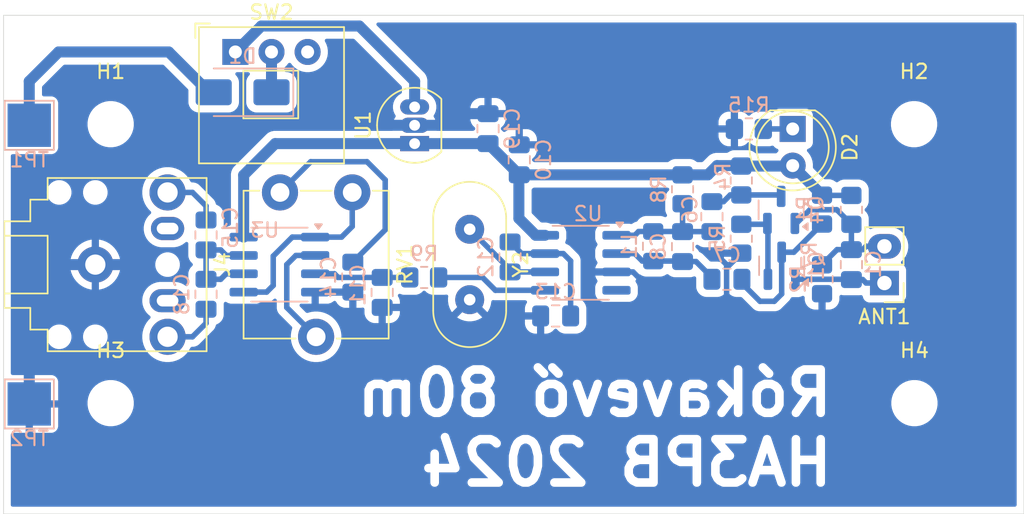
<source format=kicad_pcb>
(kicad_pcb (version 20241229) (generator "pcbnew") (generator_version "9.0")
  (layers (0 "F.Cu" signal) (2 "B.Cu" signal) (13 "F.Paste" user) (15 "B.Paste" user) (5 "F.SilkS" user "F.Silkscreen") (7 "B.SilkS" user "B.Silkscreen") (1 "F.Mask" user) (3 "B.Mask" user) (25 "Edge.Cuts" user))
  (net 0 "")
  (net 1 "Net-(Q1-B)")
  (net 2 "Net-(U2-IN_A)")
  (net 3 "Net-(U2-IN_B)")
  (net 4 "Net-(Q1-C)")
  (net 5 "GND")
  (net 6 "+6V")
  (net 7 "Net-(U3A-+)")
  (net 8 "Net-(U2-OSC_B)")
  (net 9 "Net-(U2-OSC_E)")
  (net 10 "Net-(D2-K)")
  (net 11 "Net-(Q4-B)")
  (net 12 "Net-(U3B--)")
  (net 13 "Net-(Q4-C)")
  (net 14 "Net-(D1-A)")
  (net 15 "Net-(D1-K)")
  (net 16 "Net-(Q1-E)")
  (net 17 "Net-(U2-OUT_B)")
  (net 18 "Net-(U3A--)")
  (net 19 "Net-(U3B-+)")
  (net 21 "Net-(SW2-A)")
  (net 25 "Net-(C18-Pad2)")
  (net 26 "Net-(C15-Pad2)")
  (net 27 "Net-(C14-Pad1)")
  (footprint "Potentiometer_THT:Potentiometer_ACP_CA9-V10_Vertical" (layer "F.Cu") (at 131.518 95.128 -90)
    (property "Reference" "RV1" (at 5 -8.65 270) (layer "F.SilkS"))
    (property "Value" "100k")
    (fp_line (start -0.12 2.52) (end 10.12 2.52) (stroke (width 0.12)) (layer "F.SilkS"))
    (fp_line (start -0.12 1.425) (end -0.12 2.52) (stroke (width 0.12)) (layer "F.SilkS"))
    (fp_line (start 10.12 -1.075) (end 10.12 2.52) (stroke (width 0.12)) (layer "F.SilkS"))
    (fp_line (start -0.12 -3.574) (end -0.12 -1.425) (stroke (width 0.12)) (layer "F.SilkS"))
    (fp_line (start -0.12 -7.521) (end -0.12 -6.426) (stroke (width 0.12)) (layer "F.SilkS"))
    (fp_line (start -0.12 -7.521) (end 10.12 -7.521) (stroke (width 0.12)) (layer "F.SilkS"))
    (fp_line (start 10.12 -7.521) (end 10.12 -3.925) (stroke (width 0.12)) (layer "F.SilkS"))
    (pad "1" thru_hole circle (at 0 0 270) (size 2.5 2.5) (drill 1.3) (layers "*.Cu" "*.Mask") (net 27 "Net-(C14-Pad1)"))
    (pad "2" thru_hole circle (at 10 -2.5 270) (size 2.5 2.5) (drill 1.3) (layers "*.Cu" "*.Mask") (net 18 "Net-(U3A--)"))
    (pad "3" thru_hole circle (at 0 -5 270) (size 2.5 2.5) (drill 1.3) (layers "*.Cu" "*.Mask") (net 19 "Net-(U3B-+)"))
  )
  (footprint "MountingHole:MountingHole_2.7mm_M2.5" (layer "F.Cu") (at 119.8 109.725)
    (property "Reference" "H3" (at 0 -3.65 0) (layer "F.SilkS"))
    (property "Value" "MountingHole")
    (pad "" np_thru_hole circle (at 0 0) (size 2.7 2.7) (drill 2.7) (layers "*.Cu" "*.Mask"))
  )
  (footprint "Package_TO_SOT_THT:TO-92_Inline" (layer "F.Cu") (at 140.836 91.746 90)
    (property "Reference" "U1" (at 1.27 -3.56 90) (layer "F.SilkS"))
    (property "Value" "L78L06_TO92")
    (fp_line (start -0.53 1.85) (end 3.07 1.85) (stroke (width 0.12)) (layer "F.SilkS"))
    (fp_arc (start 1.27 -2.6) (mid 3.672087 -0.994977) (end 3.108478 1.838478) (stroke (width 0.12)) (layer "F.SilkS"))
    (fp_arc (start -0.568478 1.838478) (mid -1.132087 -0.994977) (end 1.27 -2.6) (stroke (width 0.12)) (layer "F.SilkS"))
    (pad "1" thru_hole rect (at 0 0 90) (size 1.05 2) (drill 0.75) (layers "*.Cu" "*.Mask") (net 6 "+6V"))
    (pad "2" thru_hole oval (at 1.27 0 90) (size 1.05 2) (drill 0.75) (layers "*.Cu" "*.Mask") (net 5 "GND"))
    (pad "3" thru_hole oval (at 2.54 0 90) (size 1.05 2) (drill 0.75) (layers "*.Cu" "*.Mask") (net 21 "Net-(SW2-A)"))
  )
  (footprint "Button_Switch_THT:SW_Push_2P2T_Toggle_CK_PVA2OAH5xxxxxxV2" (layer "F.Cu") (at 128.43 85.396)
    (property "Reference" "SW2" (at 2.5 -2.75 0) (layer "F.SilkS"))
    (property "Value" "SW_SPDT")
    (fp_line (start -2.77 -0.97) (end -2.77 -1.97) (stroke (width 0.12)) (layer "F.SilkS"))
    (fp_line (start -2.52 7.72) (end -2.52 -1.72) (stroke (width 0.12)) (layer "F.SilkS"))
    (fp_line (start -1.77 -1.97) (end -2.77 -1.97) (stroke (width 0.12)) (layer "F.SilkS"))
    (fp_line (start 0.55 1.3) (end 0.55 4.6) (stroke (width 0.12)) (layer "F.SilkS"))
    (fp_line (start 4.35 1.3) (end 0.55 1.3) (stroke (width 0.12)) (layer "F.SilkS"))
    (fp_line (start 4.35 1.3) (end 4.35 4.6) (stroke (width 0.12)) (layer "F.SilkS"))
    (fp_line (start 4.35 4.6) (end 0.55 4.6) (stroke (width 0.12)) (layer "F.SilkS"))
    (fp_line (start 7.52 -1.72) (end -2.52 -1.72) (stroke (width 0.12)) (layer "F.SilkS"))
    (fp_line (start 7.52 7.72) (end -2.52 7.72) (stroke (width 0.12)) (layer "F.SilkS"))
    (fp_line (start 7.52 7.72) (end 7.52 -1.72) (stroke (width 0.12)) (layer "F.SilkS"))
    (pad "1" thru_hole rect (at 0 0) (size 1.8 1.8) (drill 0.9) (layers "*.Cu" "*.Mask") (net 21 "Net-(SW2-A)"))
    (pad "2" thru_hole circle (at 2.5 0) (size 1.8 1.8) (drill 0.9) (layers "*.Cu" "*.Mask") (net 15 "Net-(D1-K)"))
    (pad "3" thru_hole circle (at 5 0) (size 1.8 1.8) (drill 0.9) (layers "*.Cu" "*.Mask"))
  )
  (footprint "Connector_PinHeader_2.54mm:PinHeader_1x02_P2.54mm_Vertical" (layer "F.Cu") (at 173.348 101.403 180)
    (property "Reference" "ANT1" (at 0 -2.33 0) (layer "F.SilkS"))
    (property "Value" "210 cm 9 menet")
    (fp_line (start 1.33 1.27) (end 1.33 3.87) (stroke (width 0.12)) (layer "F.SilkS"))
    (fp_line (start -1.33 3.87) (end 1.33 3.87) (stroke (width 0.12)) (layer "F.SilkS"))
    (fp_line (start -1.33 1.27) (end 1.33 1.27) (stroke (width 0.12)) (layer "F.SilkS"))
    (fp_line (start -1.33 1.27) (end -1.33 3.87) (stroke (width 0.12)) (layer "F.SilkS"))
    (fp_line (start -1.33 0) (end -1.33 -1.33) (stroke (width 0.12)) (layer "F.SilkS"))
    (fp_line (start -1.33 -1.33) (end 0 -1.33) (stroke (width 0.12)) (layer "F.SilkS"))
    (pad "1" thru_hole rect (at 0 0 180) (size 2 1.7) (drill 1) (layers "*.Cu" "*.Mask") (net 1 "Net-(Q1-B)"))
    (pad "2" thru_hole oval (at 0 2.54 180) (size 2.3 1.7) (drill 1) (layers "*.Cu" "*.Mask") (net 11 "Net-(Q4-B)"))
  )
  (footprint "MountingHole:MountingHole_2.7mm_M2.5" (layer "F.Cu") (at 175.4 90.4)
    (property "Reference" "H2" (at 0 -3.65 0) (layer "F.SilkS"))
    (property "Value" "MountingHole")
    (pad "" np_thru_hole circle (at 0 0) (size 2.7 2.7) (drill 2.7) (layers "*.Cu" "*.Mask"))
  )
  (footprint "Crystal:Crystal_HC49-4H_Vertical" (layer "F.Cu") (at 144.646 97.678 -90)
    (property "Reference" "Y2" (at 2.44 -3.525 90) (layer "F.SilkS"))
    (property "Value" "3.5795 MHz")
    (fp_line (start -0.76 2.525) (end 5.64 2.525) (stroke (width 0.12)) (layer "F.SilkS"))
    (fp_line (start -0.76 -2.525) (end 5.64 -2.525) (stroke (width 0.12)) (layer "F.SilkS"))
    (fp_arc (start -0.76 2.525) (mid -3.285 0) (end -0.76 -2.525) (stroke (width 0.12)) (layer "F.SilkS"))
    (fp_arc (start 5.64 -2.525) (mid 8.165 0) (end 5.64 2.525) (stroke (width 0.12)) (layer "F.SilkS"))
    (pad "1" thru_hole circle (at 0 0 270) (size 2 2) (drill 0.8) (layers "*.Cu" "*.Mask") (net 8 "Net-(U2-OSC_B)"))
    (pad "2" thru_hole circle (at 4.88 0 270) (size 2 2) (drill 0.8) (layers "*.Cu" "*.Mask") (net 5 "GND"))
  )
  (footprint "LED_THT:LED_D5.0mm" (layer "F.Cu") (at 166.998 90.73 -90)
    (property "Reference" "D2" (at 1.27 -3.96 90) (layer "F.SilkS"))
    (property "Value" "LED_Filled")
    (fp_line (start -1.29 -1.545) (end -1.29 1.545) (stroke (width 0.12)) (layer "F.SilkS"))
    (fp_arc (start 4.26 0) (mid 2.071779 2.880495) (end -1.29 1.54483) (stroke (width 0.12)) (layer "F.SilkS"))
    (fp_arc (start -1.29 -1.54483) (mid 2.071779 -2.880495) (end 4.26 0) (stroke (width 0.12)) (layer "F.SilkS"))
    (fp_circle (center 1.27 0) (end 3.77 0) (stroke (width 0.12)) (fill no) (layer "F.SilkS"))
    (pad "1" thru_hole rect (at 0 0 270) (size 1.8 1.8) (drill 0.9) (layers "*.Cu" "*.Mask") (net 10 "Net-(D2-K)"))
    (pad "2" thru_hole circle (at 2.54 0 270) (size 1.8 1.8) (drill 0.9) (layers "*.Cu" "*.Mask") (net 6 "+6V"))
  )
  (footprint "MountingHole:MountingHole_2.7mm_M2.5" (layer "F.Cu") (at 175.425 109.725)
    (property "Reference" "H4" (at 0 -3.65 0) (layer "F.SilkS"))
    (property "Value" "MountingHole")
    (pad "" np_thru_hole circle (at 0 0) (size 2.7 2.7) (drill 2.7) (layers "*.Cu" "*.Mask"))
  )
  (footprint "Connector_Audio:Jack_3.5mm_CUI_SJ1-3525N_Horizontal" (layer "F.Cu") (at 118.738 100.128 -90)
    (property "Reference" "J4" (at 0 -8.8 90) (layer "F.SilkS"))
    (property "Value" "AudioJack3_SwitchTR")
    (fp_line (start -3 6.3) (end -3 4.5) (stroke (width 0.12)) (layer "F.SilkS"))
    (fp_line (start 2 6.3) (end 2 3.3) (stroke (width 0.12)) (layer "F.SilkS"))
    (fp_line (start 3 6.3) (end -3 6.3) (stroke (width 0.12)) (layer "F.SilkS"))
    (fp_line (start -4.5 4.5) (end -4.5 3.3) (stroke (width 0.12)) (layer "F.SilkS"))
    (fp_line (start -3 4.5) (end -4.5 4.5) (stroke (width 0.12)) (layer "F.SilkS"))
    (fp_line (start 3 4.5) (end 3 6.3) (stroke (width 0.12)) (layer "F.SilkS"))
    (fp_line (start 4.5 4.5) (end 3 4.5) (stroke (width 0.12)) (layer "F.SilkS"))
    (fp_line (start -6 3.3) (end -6 -7.7) (stroke (width 0.12)) (layer "F.SilkS"))
    (fp_line (start -4.5 3.3) (end -6 3.3) (stroke (width 0.12)) (layer "F.SilkS"))
    (fp_line (start -2 3.3) (end -2 6.3) (stroke (width 0.12)) (layer "F.SilkS"))
    (fp_line (start 2 3.3) (end -2 3.3) (stroke (width 0.12)) (layer "F.SilkS"))
    (fp_line (start 4.5 3.3) (end 4.5 4.5) (stroke (width 0.12)) (layer "F.SilkS"))
    (fp_line (start 6 3.3) (end 4.5 3.3) (stroke (width 0.12)) (layer "F.SilkS"))
    (fp_line (start -6 -7.7) (end 6 -7.7) (stroke (width 0.12)) (layer "F.SilkS"))
    (fp_line (start 6 -7.7) (end 6 3.3) (stroke (width 0.12)) (layer "F.SilkS"))
    (pad "" np_thru_hole circle (at -5 0 270) (size 1.2 1.2) (drill 1.2) (layers "*.Cu" "*.Mask"))
    (pad "" np_thru_hole circle (at -5 2.5 270) (size 1.2 1.2) (drill 1.2) (layers "*.Cu" "*.Mask"))
    (pad "" np_thru_hole circle (at 0 -5 270) (size 1.2 1.2) (drill 1.2) (layers "*.Cu" "*.Mask"))
    (pad "" np_thru_hole circle (at 5 0 270) (size 1.2 1.2) (drill 1.2) (layers "*.Cu" "*.Mask"))
    (pad "" np_thru_hole circle (at 5 2.5 270) (size 1.2 1.2) (drill 1.2) (layers "*.Cu" "*.Mask"))
    (pad "R" thru_hole oval (at -5 -5 270) (size 2.5 2.5) (drill oval 1.4) (layers "*.Cu" "*.Mask") (net 26 "Net-(C15-Pad2)"))
    (pad "RN" thru_hole oval (at -2.5 -5 270) (size 1.6 2.3) (drill oval 0.8 1.5) (layers "*.Cu" "*.Mask"))
    (pad "S" thru_hole oval (at 0 0 270) (size 2.5 2.5) (drill oval 1.4) (layers "*.Cu" "*.Mask") (net 5 "GND"))
    (pad "T" thru_hole oval (at 5 -5 90) (size 2.5 2.5) (drill oval 1.4) (layers "*.Cu" "*.Mask") (net 25 "Net-(C18-Pad2)"))
    (pad "TN" thru_hole oval (at 2.5 -5 90) (size 1.6 2.5) (drill oval 0.8 1.5) (layers "*.Cu" "*.Mask"))
  )
  (footprint "MountingHole:MountingHole_2.7mm_M2.5" (layer "F.Cu") (at 119.8 90.4)
    (property "Reference" "H1" (at 0 -3.65 0) (layer "F.SilkS"))
    (property "Value" "MountingHole")
    (pad "" np_thru_hole circle (at 0 0) (size 2.7 2.7) (drill 2.7) (layers "*.Cu" "*.Mask"))
  )
  (footprint "Capacitor_SMD:C_0805_2012Metric_Pad1.18x1.45mm_HandSolder" (layer "B.Cu") (at 161.41 96.8045 -90)
    (property "Reference" "C6" (at -0.4865 1.524 90) (layer "B.SilkS") (effects (justify mirror)))
    (property "Value" "180p")
    (fp_line (start 0.261252 0.735) (end -0.261252 0.735) (stroke (width 0.12)) (layer "B.SilkS"))
    (fp_line (start 0.261252 -0.735) (end -0.261252 -0.735) (stroke (width 0.12)) (layer "B.SilkS"))
    (pad "1" smd roundrect (at -1.0375 0 270) (size 1.175 1.45) (layers "B.Cu" "B.Mask" "B.Paste") (roundrect_rratio 0.212766) (net 13 "Net-(Q4-C)"))
    (pad "2" smd roundrect (at 1.0375 0 270) (size 1.175 1.45) (layers "B.Cu" "B.Mask" "B.Paste") (roundrect_rratio 0.212766) (net 2 "Net-(U2-IN_A)"))
  )
  (footprint "Resistor_SMD:R_0805_2012Metric_Pad1.20x1.40mm_HandSolder" (layer "B.Cu") (at 169.03 101.144 -90)
    (property "Reference" "R2" (at 0 1.65 90) (layer "B.SilkS") (effects (justify mirror)))
    (property "Value" "10k")
    (fp_line (start 0.227064 0.735) (end -0.227064 0.735) (stroke (width 0.12)) (layer "B.SilkS"))
    (fp_line (start 0.227064 -0.735) (end -0.227064 -0.735) (stroke (width 0.12)) (layer "B.SilkS"))
    (pad "1" smd roundrect (at -1 0 270) (size 1.2 1.4) (layers "B.Cu" "B.Mask" "B.Paste") (roundrect_rratio 0.208333) (net 11 "Net-(Q4-B)"))
    (pad "2" smd roundrect (at 1 0 270) (size 1.2 1.4) (layers "B.Cu" "B.Mask" "B.Paste") (roundrect_rratio 0.208333) (net 5 "GND"))
  )
  (footprint "Resistor_SMD:R_0805_2012Metric_Pad1.20x1.40mm_HandSolder" (layer "B.Cu") (at 141.495 101.017 180)
    (property "Reference" "R9" (at 0 1.65 0) (layer "B.SilkS") (effects (justify mirror)))
    (property "Value" "2k2")
    (fp_line (start 0.227064 0.735) (end -0.227064 0.735) (stroke (width 0.12)) (layer "B.SilkS"))
    (fp_line (start 0.227064 -0.735) (end -0.227064 -0.735) (stroke (width 0.12)) (layer "B.SilkS"))
    (pad "1" smd roundrect (at -1 0 180) (size 1.2 1.4) (layers "B.Cu" "B.Mask" "B.Paste") (roundrect_rratio 0.208333) (net 17 "Net-(U2-OUT_B)"))
    (pad "2" smd roundrect (at 1 0 180) (size 1.2 1.4) (layers "B.Cu" "B.Mask" "B.Paste") (roundrect_rratio 0.208333) (net 7 "Net-(U3A-+)"))
  )
  (footprint "Diode_SMD:D_SMA" (layer "B.Cu") (at 128.93 88.19 180)
    (property "Reference" "D1" (at 0 2.5 0) (layer "B.SilkS") (effects (justify mirror)))
    (property "Value" "SS24")
    (fp_line (start 2 1.65) (end -3.51 1.65) (stroke (width 0.12)) (layer "B.SilkS"))
    (fp_line (start 2 -1.65) (end -3.51 -1.65) (stroke (width 0.12)) (layer "B.SilkS"))
    (fp_line (start -3.51 -1.65) (end -3.51 1.65) (stroke (width 0.12)) (layer "B.SilkS"))
    (pad "1" smd roundrect (at -2 0 180) (size 2.5 1.8) (layers "B.Cu" "B.Mask" "B.Paste") (roundrect_rratio 0.1388888889) (net 15 "Net-(D1-K)"))
    (pad "2" smd roundrect (at 2 0 180) (size 2.5 1.8) (layers "B.Cu" "B.Mask" "B.Paste") (roundrect_rratio 0.1388888889) (net 14 "Net-(D1-A)"))
  )
  (footprint "Capacitor_SMD:C_0805_2012Metric_Pad1.18x1.45mm_HandSolder" (layer "B.Cu") (at 145.916 90.7085 90)
    (property "Reference" "C19" (at 0 1.68 90) (layer "B.SilkS") (effects (justify mirror)))
    (property "Value" "100n")
    (fp_line (start 0.261252 -0.735) (end -0.261252 -0.735) (stroke (width 0.12)) (layer "B.SilkS"))
    (fp_line (start 0.261252 0.735) (end -0.261252 0.735) (stroke (width 0.12)) (layer "B.SilkS"))
    (pad "1" smd roundrect (at -1.0375 0 90) (size 1.175 1.45) (layers "B.Cu" "B.Mask" "B.Paste") (roundrect_rratio 0.212766) (net 6 "+6V"))
    (pad "2" smd roundrect (at 1.0375 0 90) (size 1.175 1.45) (layers "B.Cu" "B.Mask" "B.Paste") (roundrect_rratio 0.212766) (net 5 "GND"))
  )
  (footprint "Capacitor_SMD:C_0805_2012Metric_Pad1.18x1.45mm_HandSolder" (layer "B.Cu") (at 150.5935 103.684 180)
    (property "Reference" "C13" (at 0 1.68 0) (layer "B.SilkS") (effects (justify mirror)))
    (property "Value" "100p")
    (fp_line (start 0.261252 0.735) (end -0.261252 0.735) (stroke (width 0.12)) (layer "B.SilkS"))
    (fp_line (start 0.261252 -0.735) (end -0.261252 -0.735) (stroke (width 0.12)) (layer "B.SilkS"))
    (pad "1" smd roundrect (at -1.0375 0 180) (size 1.175 1.45) (layers "B.Cu" "B.Mask" "B.Paste") (roundrect_rratio 0.212766) (net 9 "Net-(U2-OSC_E)"))
    (pad "2" smd roundrect (at 1.0375 0 180) (size 1.175 1.45) (layers "B.Cu" "B.Mask" "B.Paste") (roundrect_rratio 0.212766) (net 5 "GND"))
  )
  (footprint "Capacitor_SMD:C_0805_2012Metric_Pad1.18x1.45mm_HandSolder" (layer "B.Cu") (at 126.398 102.1815 -90)
    (property "Reference" "C18" (at 0 1.68 90) (layer "B.SilkS") (effects (justify mirror)))
    (property "Value" "10u")
    (fp_line (start 0.261252 0.735) (end -0.261252 0.735) (stroke (width 0.12)) (layer "B.SilkS"))
    (fp_line (start 0.261252 -0.735) (end -0.261252 -0.735) (stroke (width 0.12)) (layer "B.SilkS"))
    (pad "1" smd roundrect (at -1.0375 0 270) (size 1.175 1.45) (layers "B.Cu" "B.Mask" "B.Paste") (roundrect_rratio 0.212766) (net 12 "Net-(U3B--)"))
    (pad "2" smd roundrect (at 1.0375 0 270) (size 1.175 1.45) (layers "B.Cu" "B.Mask" "B.Paste") (roundrect_rratio 0.212766) (net 25 "Net-(C18-Pad2)"))
  )
  (footprint "Package_TO_SOT_SMD:SOT-23" (layer "B.Cu") (at 166.236 100.2065 90)
    (property "Reference" "Q1" (at 0 2.4 90) (layer "B.SilkS") (effects (justify mirror)))
    (property "Value" "BC847")
    (fp_line (start 0.65 -1.56) (end 0 -1.56) (stroke (width 0.12)) (layer "B.SilkS"))
    (fp_line (start -0.65 -1.56) (end 0 -1.56) (stroke (width 0.12)) (layer "B.SilkS"))
    (fp_line (start 0.65 1.56) (end 0 1.56) (stroke (width 0.12)) (layer "B.SilkS"))
    (fp_line (start -0.65 1.56) (end 0 1.56) (stroke (width 0.12)) (layer "B.SilkS"))
    (fp_poly (pts (xy -1.1625 1.51) (xy -1.4025 1.84) (xy -0.9225 1.84) (xy -1.1625 1.51)) (stroke (width 0.12)) (fill yes) (layer "B.SilkS"))
    (pad "1" smd roundrect (at -0.9375 0.95 90) (size 1.475 0.6) (layers "B.Cu" "B.Mask" "B.Paste") (net 1 "Net-(Q1-B)"))
    (pad "2" smd roundrect (at -0.9375 -0.95 90) (size 1.475 0.6) (layers "B.Cu" "B.Mask" "B.Paste") (net 16 "Net-(Q1-E)"))
    (pad "3" smd roundrect (at 0.9375 0 90) (size 1.475 0.6) (layers "B.Cu" "B.Mask" "B.Paste") (net 4 "Net-(Q1-C)"))
  )
  (footprint "Resistor_SMD:R_0805_2012Metric_Pad1.20x1.40mm_HandSolder" (layer "B.Cu") (at 169.03 96.318 -90)
    (property "Reference" "R7" (at 3.18 0.888 90) (layer "B.SilkS") (effects (justify mirror)))
    (property "Value" "2k2")
    (fp_line (start 0.227064 0.735) (end -0.227064 0.735) (stroke (width 0.12)) (layer "B.SilkS"))
    (fp_line (start 0.227064 -0.735) (end -0.227064 -0.735) (stroke (width 0.12)) (layer "B.SilkS"))
    (pad "1" smd roundrect (at -1 0 270) (size 1.2 1.4) (layers "B.Cu" "B.Mask" "B.Paste") (roundrect_rratio 0.208333) (net 6 "+6V"))
    (pad "2" smd roundrect (at 1 0 270) (size 1.2 1.4) (layers "B.Cu" "B.Mask" "B.Paste") (roundrect_rratio 0.208333) (net 4 "Net-(Q1-C)"))
  )
  (footprint "TestPoint:TestPoint_Pad_3.0x3.0mm" (layer "B.Cu") (at 114.166 90.476)
    (property "Reference" "TP1" (at 0 2.398 0) (layer "B.SilkS") (effects (justify mirror)))
    (property "Value" "B+")
    (fp_line (start -1.7 -1.7) (end 1.7 -1.7) (stroke (width 0.12)) (layer "B.SilkS"))
    (fp_line (start -1.7 1.7) (end -1.7 -1.7) (stroke (width 0.12)) (layer "B.SilkS"))
    (fp_line (start 1.7 -1.7) (end 1.7 1.7) (stroke (width 0.12)) (layer "B.SilkS"))
    (fp_line (start 1.7 1.7) (end -1.7 1.7) (stroke (width 0.12)) (layer "B.SilkS"))
    (pad "1" smd rect (at 0 0) (size 3 3) (layers "B.Cu" "B.Mask") (net 14 "Net-(D1-A)"))
  )
  (footprint "Capacitor_SMD:C_0805_2012Metric_Pad1.18x1.45mm_HandSolder" (layer "B.Cu") (at 159.378 98.8795 -90)
    (property "Reference" "C8" (at 0 1.68 90) (layer "B.SilkS") (effects (justify mirror)))
    (property "Value" "100p")
    (fp_line (start 0.261252 0.735) (end -0.261252 0.735) (stroke (width 0.12)) (layer "B.SilkS"))
    (fp_line (start 0.261252 -0.735) (end -0.261252 -0.735) (stroke (width 0.12)) (layer "B.SilkS"))
    (pad "1" smd roundrect (at -1.0375 0 270) (size 1.175 1.45) (layers "B.Cu" "B.Mask" "B.Paste") (roundrect_rratio 0.212766) (net 2 "Net-(U2-IN_A)"))
    (pad "2" smd roundrect (at 1.0375 0 270) (size 1.175 1.45) (layers "B.Cu" "B.Mask" "B.Paste") (roundrect_rratio 0.212766) (net 3 "Net-(U2-IN_B)"))
  )
  (footprint "Capacitor_SMD:C_0805_2012Metric_Pad1.18x1.45mm_HandSolder" (layer "B.Cu") (at 126.398 98.0745 90)
    (property "Reference" "C15" (at 0.508 1.68 90) (layer "B.SilkS") (effects (justify mirror)))
    (property "Value" "10u")
    (fp_line (start 0.261252 -0.735) (end -0.261252 -0.735) (stroke (width 0.12)) (layer "B.SilkS"))
    (fp_line (start 0.261252 0.735) (end -0.261252 0.735) (stroke (width 0.12)) (layer "B.SilkS"))
    (pad "1" smd roundrect (at -1.0375 0 90) (size 1.175 1.45) (layers "B.Cu" "B.Mask" "B.Paste") (roundrect_rratio 0.212766) (net 12 "Net-(U3B--)"))
    (pad "2" smd roundrect (at 1.0375 0 90) (size 1.175 1.45) (layers "B.Cu" "B.Mask" "B.Paste") (roundrect_rratio 0.212766) (net 26 "Net-(C15-Pad2)"))
  )
  (footprint "Resistor_SMD:R_0805_2012Metric_Pad1.20x1.40mm_HandSolder" (layer "B.Cu") (at 163.442 94.302 -90)
    (property "Reference" "R4" (at -0.27 1.27 90) (layer "B.SilkS") (effects (justify mirror)))
    (property "Value" "2k2")
    (fp_line (start 0.227064 0.735) (end -0.227064 0.735) (stroke (width 0.12)) (layer "B.SilkS"))
    (fp_line (start 0.227064 -0.735) (end -0.227064 -0.735) (stroke (width 0.12)) (layer "B.SilkS"))
    (pad "1" smd roundrect (at -1 0 270) (size 1.2 1.4) (layers "B.Cu" "B.Mask" "B.Paste") (roundrect_rratio 0.208333) (net 6 "+6V"))
    (pad "2" smd roundrect (at 1 0 270) (size 1.2 1.4) (layers "B.Cu" "B.Mask" "B.Paste") (roundrect_rratio 0.208333) (net 13 "Net-(Q4-C)"))
  )
  (footprint "Inductor_SMD:L_0805_2012Metric_Pad1.15x1.40mm_HandSolder" (layer "B.Cu") (at 157.346 98.858 -90)
    (property "Reference" "L1" (at 0 1.65 90) (layer "B.SilkS") (effects (justify mirror)))
    (property "Value" "10u")
    (fp_line (start 0.261252 0.71) (end -0.261252 0.71) (stroke (width 0.12)) (layer "B.SilkS"))
    (fp_line (start 0.261252 -0.71) (end -0.261252 -0.71) (stroke (width 0.12)) (layer "B.SilkS"))
    (pad "1" smd roundrect (at -1.025 0 270) (size 1.15 1.4) (layers "B.Cu" "B.Mask" "B.Paste") (roundrect_rratio 0.217391) (net 2 "Net-(U2-IN_A)"))
    (pad "2" smd roundrect (at 1.025 0 270) (size 1.15 1.4) (layers "B.Cu" "B.Mask" "B.Paste") (roundrect_rratio 0.217391) (net 3 "Net-(U2-IN_B)"))
  )
  (footprint "Capacitor_SMD:C_0805_2012Metric_Pad1.18x1.45mm_HandSolder" (layer "B.Cu") (at 136.558 100.9955 -90)
    (property "Reference" "C14" (at 0 1.68 90) (layer "B.SilkS") (effects (justify mirror)))
    (property "Value" "10u")
    (fp_line (start 0.261252 0.735) (end -0.261252 0.735) (stroke (width 0.12)) (layer "B.SilkS"))
    (fp_line (start 0.261252 -0.735) (end -0.261252 -0.735) (stroke (width 0.12)) (layer "B.SilkS"))
    (pad "1" smd roundrect (at -1.0375 0 270) (size 1.175 1.45) (layers "B.Cu" "B.Mask" "B.Paste") (roundrect_rratio 0.212766) (net 27 "Net-(C14-Pad1)"))
    (pad "2" smd roundrect (at 1.0375 0 270) (size 1.175 1.45) (layers "B.Cu" "B.Mask" "B.Paste") (roundrect_rratio 0.212766) (net 5 "GND"))
  )
  (footprint "Capacitor_SMD:C_0805_2012Metric_Pad1.18x1.45mm_HandSolder" (layer "B.Cu") (at 162.4475 101.144 180)
    (property "Reference" "C7" (at 0 1.68 0) (layer "B.SilkS") (effects (justify mirror)))
    (property "Value" "180p")
    (fp_line (start 0.261252 0.735) (end -0.261252 0.735) (stroke (width 0.12)) (layer "B.SilkS"))
    (fp_line (start 0.261252 -0.735) (end -0.261252 -0.735) (stroke (width 0.12)) (layer "B.SilkS"))
    (pad "1" smd roundrect (at -1.0375 0 180) (size 1.175 1.45) (layers "B.Cu" "B.Mask" "B.Paste") (roundrect_rratio 0.212766) (net 4 "Net-(Q1-C)"))
    (pad "2" smd roundrect (at 1.0375 0 180) (size 1.175 1.45) (layers "B.Cu" "B.Mask" "B.Paste") (roundrect_rratio 0.212766) (net 3 "Net-(U2-IN_B)"))
  )
  (footprint "Resistor_SMD:R_0805_2012Metric_Pad1.20x1.40mm_HandSolder" (layer "B.Cu") (at 163.442 98.334 -90)
    (property "Reference" "R5" (at 0 1.65 90) (layer "B.SilkS") (effects (justify mirror)))
    (property "Value" "1k")
    (fp_line (start 0.227064 0.735) (end -0.227064 0.735) (stroke (width 0.12)) (layer "B.SilkS"))
    (fp_line (start 0.227064 -0.735) (end -0.227064 -0.735) (stroke (width 0.12)) (layer "B.SilkS"))
    (pad "1" smd roundrect (at -1 0 270) (size 1.2 1.4) (layers "B.Cu" "B.Mask" "B.Paste") (roundrect_rratio 0.208333) (net 16 "Net-(Q1-E)"))
    (pad "2" smd roundrect (at 1 0 270) (size 1.2 1.4) (layers "B.Cu" "B.Mask" "B.Paste") (roundrect_rratio 0.208333) (net 5 "GND"))
  )
  (footprint "Package_SO:SOIC-8_3.9x4.9mm_P1.27mm" (layer "B.Cu") (at 152.331 100.001 180)
    (property "Reference" "U2" (at -0.508 3.4 0) (layer "B.SilkS") (effects (justify mirror)))
    (property "Value" "~")
    (fp_line (start 1.95 2.56) (end 0 2.56) (stroke (width 0.12)) (layer "B.SilkS"))
    (fp_line (start 1.95 -2.56) (end 0 -2.56) (stroke (width 0.12)) (layer "B.SilkS"))
    (fp_line (start -1.95 2.56) (end 0 2.56) (stroke (width 0.12)) (layer "B.SilkS"))
    (fp_line (start -1.95 -2.56) (end 0 -2.56) (stroke (width 0.12)) (layer "B.SilkS"))
    (fp_poly (pts (xy -2.7 2.465) (xy -2.94 2.795) (xy -2.46 2.795) (xy -2.7 2.465)) (stroke (width 0.12)) (fill yes) (layer "B.SilkS"))
    (pad "1" smd roundrect (at -2.475 1.905 180) (size 1.95 0.6) (layers "B.Cu" "B.Mask" "B.Paste") (net 2 "Net-(U2-IN_A)"))
    (pad "2" smd roundrect (at -2.475 0.635 180) (size 1.95 0.6) (layers "B.Cu" "B.Mask" "B.Paste") (net 3 "Net-(U2-IN_B)"))
    (pad "3" smd roundrect (at -2.475 -0.635 180) (size 1.95 0.6) (layers "B.Cu" "B.Mask" "B.Paste") (net 5 "GND"))
    (pad "4" smd roundrect (at -2.475 -1.905 180) (size 1.95 0.6) (layers "B.Cu" "B.Mask" "B.Paste"))
    (pad "5" smd roundrect (at 2.475 -1.905 180) (size 1.95 0.6) (layers "B.Cu" "B.Mask" "B.Paste") (net 17 "Net-(U2-OUT_B)"))
    (pad "6" smd roundrect (at 2.475 -0.635 180) (size 1.95 0.6) (layers "B.Cu" "B.Mask" "B.Paste") (net 8 "Net-(U2-OSC_B)"))
    (pad "7" smd roundrect (at 2.475 0.635 180) (size 1.95 0.6) (layers "B.Cu" "B.Mask" "B.Paste") (net 9 "Net-(U2-OSC_E)"))
    (pad "8" smd roundrect (at 2.475 1.905 180) (size 1.95 0.6) (layers "B.Cu" "B.Mask" "B.Paste") (net 6 "+6V"))
  )
  (footprint "Resistor_SMD:R_0805_2012Metric_Pad1.20x1.40mm_HandSolder" (layer "B.Cu") (at 159.378 94.9116 -90)
    (property "Reference" "R8" (at 0 1.65 90) (layer "B.SilkS") (effects (justify mirror)))
    (property "Value" "22k")
    (fp_line (start 0.227064 0.735) (end -0.227064 0.735) (stroke (width 0.12)) (layer "B.SilkS"))
    (fp_line (start 0.227064 -0.735) (end -0.227064 -0.735) (stroke (width 0.12)) (layer "B.SilkS"))
    (pad "1" smd roundrect (at -1 0 270) (size 1.2 1.4) (layers "B.Cu" "B.Mask" "B.Paste") (roundrect_rratio 0.208333) (net 6 "+6V"))
    (pad "2" smd roundrect (at 1 0 270) (size 1.2 1.4) (layers "B.Cu" "B.Mask" "B.Paste") (roundrect_rratio 0.208333) (net 2 "Net-(U2-IN_A)"))
  )
  (footprint "TestPoint:TestPoint_Pad_3.0x3.0mm" (layer "B.Cu") (at 114.166 109.78)
    (property "Reference" "TP2" (at 0 2.398 0) (layer "B.SilkS") (effects (justify mirror)))
    (property "Value" "B-")
    (fp_line (start -1.7 -1.7) (end 1.7 -1.7) (stroke (width 0.12)) (layer "B.SilkS"))
    (fp_line (start -1.7 1.7) (end -1.7 -1.7) (stroke (width 0.12)) (layer "B.SilkS"))
    (fp_line (start 1.7 -1.7) (end 1.7 1.7) (stroke (width 0.12)) (layer "B.SilkS"))
    (fp_line (start 1.7 1.7) (end -1.7 1.7) (stroke (width 0.12)) (layer "B.SilkS"))
    (pad "1" smd rect (at 0 0) (size 3 3) (layers "B.Cu" "B.Mask") (net 5 "GND"))
  )
  (footprint "Capacitor_SMD:C_0805_2012Metric_Pad1.18x1.45mm_HandSolder" (layer "B.Cu") (at 148.075 92.8675 90)
    (property "Reference" "C10" (at 0 1.68 90) (layer "B.SilkS") (effects (justify mirror)))
    (property "Value" "22u")
    (fp_line (start 0.261252 -0.735) (end -0.261252 -0.735) (stroke (width 0.12)) (layer "B.SilkS"))
    (fp_line (start 0.261252 0.735) (end -0.261252 0.735) (stroke (width 0.12)) (layer "B.SilkS"))
    (pad "1" smd roundrect (at -1.0375 0 90) (size 1.175 1.45) (layers "B.Cu" "B.Mask" "B.Paste") (roundrect_rratio 0.212766) (net 6 "+6V"))
    (pad "2" smd roundrect (at 1.0375 0 90) (size 1.175 1.45) (layers "B.Cu" "B.Mask" "B.Paste") (roundrect_rratio 0.212766) (net 5 "GND"))
  )
  (footprint "Capacitor_SMD:C_0805_2012Metric_Pad1.18x1.45mm_HandSolder" (layer "B.Cu") (at 138.59 102.0545 -90)
    (property "Reference" "C11" (at -0.508 1.68 90) (layer "B.SilkS") (effects (justify mirror)))
    (property "Value" "10n")
    (fp_line (start 0.261252 0.735) (end -0.261252 0.735) (stroke (width 0.12)) (layer "B.SilkS"))
    (fp_line (start 0.261252 -0.735) (end -0.261252 -0.735) (stroke (width 0.12)) (layer "B.SilkS"))
    (pad "1" smd roundrect (at -1.0375 0 270) (size 1.175 1.45) (layers "B.Cu" "B.Mask" "B.Paste") (roundrect_rratio 0.212766) (net 7 "Net-(U3A-+)"))
    (pad "2" smd roundrect (at 1.0375 0 270) (size 1.175 1.45) (layers "B.Cu" "B.Mask" "B.Paste") (roundrect_rratio 0.212766) (net 5 "GND"))
  )
  (footprint "Resistor_SMD:R_0805_2012Metric_Pad1.20x1.40mm_HandSolder" (layer "B.Cu") (at 163.966 90.73 180)
    (property "Reference" "R15" (at 0 1.65 0) (layer "B.SilkS") (effects (justify mirror)))
    (property "Value" "2k2")
    (fp_line (start 0.227064 0.735) (end -0.227064 0.735) (stroke (width 0.12)) (layer "B.SilkS"))
    (fp_line (start 0.227064 -0.735) (end -0.227064 -0.735) (stroke (width 0.12)) (layer "B.SilkS"))
    (pad "1" smd roundrect (at -1 0 180) (size 1.2 1.4) (layers "B.Cu" "B.Mask" "B.Paste") (roundrect_rratio 0.208333) (net 10 "Net-(D2-K)"))
    (pad "2" smd roundrect (at 1 0 180) (size 1.2 1.4) (layers "B.Cu" "B.Mask" "B.Paste") (roundrect_rratio 0.208333) (net 5 "GND"))
  )
  (footprint "Resistor_SMD:R_0805_2012Metric_Pad1.20x1.40mm_HandSolder" (layer "B.Cu") (at 171.062 96.334 -90)
    (property "Reference" "R1" (at 0 3.24 90) (layer "B.SilkS") (effects (justify mirror)))
    (property "Value" "10k")
    (fp_line (start 0.227064 0.735) (end -0.227064 0.735) (stroke (width 0.12)) (layer "B.SilkS"))
    (fp_line (start 0.227064 -0.735) (end -0.227064 -0.735) (stroke (width 0.12)) (layer "B.SilkS"))
    (pad "1" smd roundrect (at -1 0 270) (size 1.2 1.4) (layers "B.Cu" "B.Mask" "B.Paste") (roundrect_rratio 0.208333) (net 6 "+6V"))
    (pad "2" smd roundrect (at 1 0 270) (size 1.2 1.4) (layers "B.Cu" "B.Mask" "B.Paste") (roundrect_rratio 0.208333) (net 11 "Net-(Q4-B)"))
  )
  (footprint "Capacitor_SMD:C_0805_2012Metric_Pad1.18x1.45mm_HandSolder" (layer "B.Cu") (at 147.44 99.5985 -90)
    (property "Reference" "C12" (at 0 1.68 90) (layer "B.SilkS") (effects (justify mirror)))
    (property "Value" "100p")
    (fp_line (start 0.261252 0.735) (end -0.261252 0.735) (stroke (width 0.12)) (layer "B.SilkS"))
    (fp_line (start 0.261252 -0.735) (end -0.261252 -0.735) (stroke (width 0.12)) (layer "B.SilkS"))
    (pad "1" smd roundrect (at -1.0375 0 270) (size 1.175 1.45) (layers "B.Cu" "B.Mask" "B.Paste") (roundrect_rratio 0.212766) (net 9 "Net-(U2-OSC_E)"))
    (pad "2" smd roundrect (at 1.0375 0 270) (size 1.175 1.45) (layers "B.Cu" "B.Mask" "B.Paste") (roundrect_rratio 0.212766) (net 8 "Net-(U2-OSC_B)"))
  )
  (footprint "Package_TO_SOT_SMD:SOT-23" (layer "B.Cu") (at 166.2 96.3375 90)
    (property "Reference" "Q4" (at 0 2.4 90) (layer "B.SilkS") (effects (justify mirror)))
    (property "Value" "BC847")
    (fp_line (start 0 -1.56) (end 0.65 -1.56) (stroke (width 0.12)) (layer "B.SilkS"))
    (fp_line (start 0 -1.56) (end -0.65 -1.56) (stroke (width 0.12)) (layer "B.SilkS"))
    (fp_line (start 0 1.56) (end 0.65 1.56) (stroke (width 0.12)) (layer "B.SilkS"))
    (fp_line (start 0 1.56) (end -0.65 1.56) (stroke (width 0.12)) (layer "B.SilkS"))
    (fp_poly (pts (xy -1.1625 1.51) (xy -1.4025 1.84) (xy -0.9225 1.84)) (stroke (width 0.12)) (fill yes) (layer "B.SilkS"))
    (pad "1" smd roundrect (at -0.9375 0.95 90) (size 1.475 0.6) (layers "B.Cu" "B.Mask" "B.Paste") (net 11 "Net-(Q4-B)"))
    (pad "2" smd roundrect (at -0.9375 -0.95 90) (size 1.475 0.6) (layers "B.Cu" "B.Mask" "B.Paste") (net 16 "Net-(Q1-E)"))
    (pad "3" smd roundrect (at 0.9375 0 90) (size 1.475 0.6) (layers "B.Cu" "B.Mask" "B.Paste") (net 13 "Net-(Q4-C)"))
  )
  (footprint "Package_SO:SOIC-8_3.9x4.9mm_P1.27mm" (layer "B.Cu") (at 131.478 100.128 180)
    (property "Reference" "U3" (at 1.016 2.384 0) (layer "B.SilkS") (effects (justify mirror)))
    (property "Value" "LM358")
    (fp_line (start 1.95 2.56) (end 0 2.56) (stroke (width 0.12)) (layer "B.SilkS"))
    (fp_line (start 1.95 -2.56) (end 0 -2.56) (stroke (width 0.12)) (layer "B.SilkS"))
    (fp_line (start -1.95 2.56) (end 0 2.56) (stroke (width 0.12)) (layer "B.SilkS"))
    (fp_line (start -1.95 -2.56) (end 0 -2.56) (stroke (width 0.12)) (layer "B.SilkS"))
    (fp_poly (pts (xy -2.7 2.465) (xy -2.94 2.795) (xy -2.46 2.795) (xy -2.7 2.465)) (stroke (width 0.12)) (fill yes) (layer "B.SilkS"))
    (pad "1" smd roundrect (at -2.475 1.905 180) (size 1.95 0.6) (layers "B.Cu" "B.Mask" "B.Paste") (net 19 "Net-(U3B-+)"))
    (pad "2" smd roundrect (at -2.475 0.635 180) (size 1.95 0.6) (layers "B.Cu" "B.Mask" "B.Paste") (net 18 "Net-(U3A--)"))
    (pad "3" smd roundrect (at -2.475 -0.635 180) (size 1.95 0.6) (layers "B.Cu" "B.Mask" "B.Paste") (net 7 "Net-(U3A-+)"))
    (pad "4" smd roundrect (at -2.475 -1.905 180) (size 1.95 0.6) (layers "B.Cu" "B.Mask" "B.Paste") (net 5 "GND"))
    (pad "5" smd roundrect (at 2.475 -1.905 180) (size 1.95 0.6) (layers "B.Cu" "B.Mask" "B.Paste") (net 19 "Net-(U3B-+)"))
    (pad "6" smd roundrect (at 2.475 -0.635 180) (size 1.95 0.6) (layers "B.Cu" "B.Mask" "B.Paste") (net 12 "Net-(U3B--)"))
    (pad "7" smd roundrect (at 2.475 0.635 180) (size 1.95 0.6) (layers "B.Cu" "B.Mask" "B.Paste") (net 12 "Net-(U3B--)"))
    (pad "8" smd roundrect (at 2.475 1.905 180) (size 1.95 0.6) (layers "B.Cu" "B.Mask" "B.Paste") (net 6 "+6V"))
  )
  (footprint "Capacitor_SMD:C_0805_2012Metric_Pad1.18x1.45mm_HandSolder" (layer "B.Cu") (at 171.062 100.128 90)
    (property "Reference" "C1" (at 0.032 1.524 90) (layer "B.SilkS") (effects (justify mirror)))
    (property "Value" "180p")
    (fp_line (start 0.261252 -0.735) (end -0.261252 -0.735) (stroke (width 0.12)) (layer "B.SilkS"))
    (fp_line (start 0.261252 0.735) (end -0.261252 0.735) (stroke (width 0.12)) (layer "B.SilkS"))
    (pad "1" smd roundrect (at -1.0375 0 90) (size 1.175 1.45) (layers "B.Cu" "B.Mask" "B.Paste") (roundrect_rratio 0.212766) (net 1 "Net-(Q1-B)"))
    (pad "2" smd roundrect (at 1.0375 0 90) (size 1.175 1.45) (layers "B.Cu" "B.Mask" "B.Paste") (roundrect_rratio 0.212766) (net 11 "Net-(Q4-B)"))
  )
  (gr_rect (start 112.388 82.856) (end 183 117.4) (stroke (width 0.05)) (fill no) (layer "Edge.Cuts"))
  (gr_text "Rókavevő 80m\nHA3PB 2024" (at 170.046 115.622 0) (layer "B.Cu" knockout) (effects (font (size 3 3) (thickness 0.6) (bold yes)) (justify left bottom mirror)))
  (segment (start 171.0405 101.144) (end 171.062 101.1655) (width 0.381) (layer "B.Cu") (net 1))
  (segment (start 171.8455 101.1655) (end 172.083 101.403) (width 0.381) (layer "B.Cu") (net 1))
  (segment (start 171.062 101.1655) (end 171.8455 101.1655) (width 0.381) (layer "B.Cu") (net 1))
  (segment (start 167.186 101.144) (end 171.0405 101.144) (width 0.381) (layer "B.Cu") (net 1))
  (segment (start 172.083 101.403) (end 173.348 101.403) (width 0.381) (layer "B.Cu") (net 1))
  (segment (start 157.346 97.833) (end 159.369 97.833) (width 0.381) (layer "B.Cu") (net 2))
  (segment (start 159.369 97.833) (end 159.378 97.842) (width 0.381) (layer "B.Cu") (net 2))
  (segment (start 154.806 98.096) (end 156.076 98.096) (width 0.381) (layer "B.Cu") (net 2))
  (segment (start 156.339 97.833) (end 157.346 97.833) (width 0.381) (layer "B.Cu") (net 2))
  (segment (start 159.378 97.842) (end 159.378 95.9116) (width 0.381) (layer "B.Cu") (net 2))
  (segment (start 156.076 98.096) (end 156.339 97.833) (width 0.381) (layer "B.Cu") (net 2))
  (segment (start 159.378 97.842) (end 161.41 97.842) (width 0.381) (layer "B.Cu") (net 2))
  (segment (start 157.346 99.883) (end 159.344 99.883) (width 0.381) (layer "B.Cu") (net 3))
  (segment (start 156.076 99.366) (end 156.593 99.883) (width 0.381) (layer "B.Cu") (net 3))
  (segment (start 161.41 101.017) (end 161.41 101.144) (width 0.381) (layer "B.Cu") (net 3))
  (segment (start 156.593 99.883) (end 157.346 99.883) (width 0.381) (layer "B.Cu") (net 3))
  (segment (start 159.378 99.917) (end 160.31 99.917) (width 0.381) (layer "B.Cu") (net 3))
  (segment (start 160.31 99.917) (end 161.41 101.017) (width 0.381) (layer "B.Cu") (net 3))
  (segment (start 154.806 99.366) (end 156.076 99.366) (width 0.381) (layer "B.Cu") (net 3))
  (segment (start 159.344 99.883) (end 159.378 99.917) (width 0.381) (layer "B.Cu") (net 3))
  (segment (start 166.236 102.16) (end 166.236 99.269) (width 0.381) (layer "B.Cu") (net 4))
  (segment (start 167.079 99.269) (end 169.03 97.318) (width 0.381) (layer "B.Cu") (net 4))
  (segment (start 166.236 99.269) (end 167.079 99.269) (width 0.381) (layer "B.Cu") (net 4))
  (segment (start 164.7335 102.668) (end 165.728 102.668) (width 0.381) (layer "B.Cu") (net 4))
  (segment (start 165.728 102.668) (end 166.236 102.16) (width 0.381) (layer "B.Cu") (net 4))
  (segment (start 163.485 101.4195) (end 164.7335 102.668) (width 0.381) (layer "B.Cu") (net 4))
  (segment (start 163.485 101.144) (end 163.485 101.4195) (width 0.381) (layer "B.Cu") (net 4))
  (segment (start 163.442 99.334) (end 162.426 100.35) (width 0.381) (layer "B.Cu") (net 5))
  (segment (start 124.58 90.476) (end 140.836 90.476) (width 0.762) (layer "B.Cu") (net 5))
  (segment (start 162.426 100.128) (end 162.172 99.874) (width 0.381) (layer "B.Cu") (net 5))
  (segment (start 120.77 100.128) (end 121.532 99.366) (width 0.762) (layer "B.Cu") (net 5))
  (segment (start 136.558 102.033) (end 133.953 102.033) (width 0.381) (layer "B.Cu") (net 5))
  (segment (start 114.166 109.78) (end 114.166 101.906) (width 0.762) (layer "B.Cu") (net 5))
  (segment (start 121.532 99.366) (end 121.532 93.524) (width 0.762) (layer "B.Cu") (net 5))
  (segment (start 140.836 90.476) (end 143.122 90.476) (width 0.762) (layer "B.Cu") (net 5))
  (segment (start 158.362 103.049) (end 155.949 100.636) (width 0.381) (layer "B.Cu") (net 5))
  (segment (start 155.949 100.636) (end 154.806 100.636) (width 0.381) (layer "B.Cu") (net 5))
  (segment (start 118.738 100.128) (end 120.77 100.128) (width 0.762) (layer "B.Cu") (net 5))
  (segment (start 121.532 93.524) (end 124.58 90.476) (width 0.762) (layer "B.Cu") (net 5))
  (segment (start 143.927 89.671) (end 145.916 89.671) (width 0.762) (layer "B.Cu") (net 5))
  (segment (start 143.122 90.476) (end 143.927 89.671) (width 0.762) (layer "B.Cu") (net 5))
  (segment (start 162.426 100.35) (end 162.426 103.049) (width 0.381) (layer "B.Cu") (net 5))
  (segment (start 114.166 101.906) (end 115.944 100.128) (width 0.762) (layer "B.Cu") (net 5))
  (segment (start 133.9745 102.0545) (end 133.953 102.033) (width 0.381) (layer "B.Cu") (net 5))
  (segment (start 162.426 103.049) (end 158.362 103.049) (width 0.381) (layer "B.Cu") (net 5))
  (segment (start 115.944 100.128) (end 118.738 100.128) (width 0.762) (layer "B.Cu") (net 5))
  (segment (start 162.426 100.35) (end 162.426 100.128) (width 0.381) (layer "B.Cu") (net 5))
  (segment (start 131.184 91.746) (end 140.836 91.746) (width 0.762) (layer "B.Cu") (net 6))
  (segment (start 148.075 93.905) (end 145.916 91.746) (width 0.762) (layer "B.Cu") (net 6))
  (segment (start 140.836 91.746) (end 145.916 91.746) (width 0.762) (layer "B.Cu") (net 6))
  (segment (start 167.014 93.302) (end 169.03 95.318) (width 0.762) (layer "B.Cu") (net 6))
  (segment (start 149.218 98.096) (end 148.0496 96.9276) (width 0.762) (layer "B.Cu") (net 6))
  (segment (start 163.442 93.302) (end 167.014 93.302) (width 0.762) (layer "B.Cu") (net 6))
  (segment (start 163.41 93.27) (end 163.442 93.302) (width 0.381) (layer "B.Cu") (net 6))
  (segment (start 161.124 93.9116) (end 161.7656 93.27) (width 0.762) (layer "B.Cu") (net 6))
  (segment (start 129.003 93.927) (end 131.184 91.746) (width 0.762) (layer "B.Cu") (net 6))
  (segment (start 148.0496 96.9276) (end 148.0496 93.9436) (width 0.762) (layer "B.Cu") (net 6))
  (segment (start 148.0816 93.9116) (end 159.378 93.9116) (width 0.762) (layer "B.Cu") (net 6))
  (segment (start 149.856 98.096) (end 149.218 98.096) (width 0.762) (layer "B.Cu") (net 6))
  (segment (start 169.046 95.334) (end 169.03 95.318) (width 0.381) (layer "B.Cu") (net 6))
  (segment (start 148.0496 93.9436) (end 148.0816 93.9116) (width 0.762) (layer "B.Cu") (net 6))
  (segment (start 171.062 95.334) (end 169.046 95.334) (width 0.381) (layer "B.Cu") (net 6))
  (segment (start 161.7656 93.27) (end 163.41 93.27) (width 0.762) (layer "B.Cu") (net 6))
  (segment (start 159.378 93.9116) (end 161.124 93.9116) (width 0.762) (layer "B.Cu") (net 6))
  (segment (start 129.003 98.223) (end 129.003 93.927) (width 0.762) (layer "B.Cu") (net 6))
  (segment (start 138.59 101.017) (end 135.542 101.017) (width 0.381) (layer "B.Cu") (net 7))
  (segment (start 140.495 101.017) (end 138.59 101.017) (width 0.381) (layer "B.Cu") (net 7))
  (segment (start 135.542 101.017) (end 135.288 100.763) (width 0.381) (layer "B.Cu") (net 7))
  (segment (start 135.288 100.763) (end 133.953 100.763) (width 0.381) (layer "B.Cu") (net 7))
  (segment (start 147.44 100.472) (end 144.646 97.678) (width 0.381) (layer "B.Cu") (net 8))
  (segment (start 147.44 100.636) (end 149.856 100.636) (width 0.381) (layer "B.Cu") (net 8))
  (segment (start 147.44 100.636) (end 147.44 100.472) (width 0.381) (layer "B.Cu") (net 8))
  (segment (start 151.123 99.366) (end 151.631 99.874) (width 0.381) (layer "B.Cu") (net 9))
  (segment (start 148.245 99.366) (end 149.856 99.366) (width 0.381) (layer "B.Cu") (net 9))
  (segment (start 147.44 98.561) (end 148.245 99.366) (width 0.381) (layer "B.Cu") (net 9))
  (segment (start 149.856 99.366) (end 151.123 99.366) (width 0.381) (layer "B.Cu") (net 9))
  (segment (start 151.631 99.874) (end 151.631 103.684) (width 0.381) (layer "B.Cu") (net 9))
  (segment (start 164.966 90.73) (end 166.998 90.73) (width 0.381) (layer "B.Cu") (net 10))
  (segment (start 169.03 100.128) (end 170.0675 99.0905) (width 0.381) (layer "B.Cu") (net 11))
  (segment (start 172.078 98.858) (end 172.083 98.863) (width 0.381) (layer "B.Cu") (net 11))
  (segment (start 171.8455 99.0905) (end 172.078 98.858) (width 0.381) (layer "B.Cu") (net 11))
  (segment (start 171.062 99.0905) (end 171.8455 99.0905) (width 0.381) (layer "B.Cu") (net 11))
  (segment (start 170.0675 99.0905) (end 171.062 99.0905) (width 0.381) (layer "B.Cu") (net 11))
  (segment (start 171.062 99.0905) (end 171.062 97.334) (width 0.381) (layer "B.Cu") (net 11))
  (segment (start 168.1925 96.3275) (end 170.0555 96.3275) (width 0.381) (layer "B.Cu") (net 11))
  (segment (start 170.0555 96.3275) (end 171.062 97.334) (width 0.381) (layer "B.Cu") (net 11))
  (segment (start 167.186 97.334) (end 168.1925 96.3275) (width 0.381) (layer "B.Cu") (net 11))
  (segment (start 169.03 100.144) (end 169.03 100.128) (width 0.381) (layer "B.Cu") (net 11))
  (segment (start 172.083 98.863) (end 173.348 98.863) (width 0.381) (layer "B.Cu") (net 11))
  (segment (start 126.398 101.144) (end 126.398 99.112) (width 0.381) (layer "B.Cu") (net 12))
  (segment (start 129.003 99.493) (end 127.795 99.493) (width 0.381) (layer "B.Cu") (net 12))
  (segment (start 127.795 99.493) (end 127.414 99.112) (width 0.381) (layer "B.Cu") (net 12))
  (segment (start 127.414 99.112) (end 126.398 99.112) (width 0.381) (layer "B.Cu") (net 12))
  (segment (start 127.795 100.763) (end 127.414 101.144) (width 0.381) (layer "B.Cu") (net 12))
  (segment (start 129.003 100.763) (end 127.795 100.763) (width 0.381) (layer "B.Cu") (net 12))
  (segment (start 127.414 101.144) (end 126.398 101.144) (width 0.381) (layer "B.Cu") (net 12))
  (segment (start 162.68 95.302) (end 163.442 95.302) (width 0.381) (layer "B.Cu") (net 13))
  (segment (start 162.215 95.767) (end 162.68 95.302) (width 0.381) (layer "B.Cu") (net 13))
  (segment (start 166.079 95.302) (end 166.236 95.459) (width 0.381) (layer "B.Cu") (net 13))
  (segment (start 161.41 95.767) (end 162.215 95.767) (width 0.381) (layer "B.Cu") (net 13))
  (segment (start 163.442 95.302) (end 166.079 95.302) (width 0.381) (layer "B.Cu") (net 13))
  (segment (start 123.818 85.396) (end 126.612 88.19) (width 0.762) (layer "B.Cu") (net 14))
  (segment (start 126.612 88.19) (end 126.93 88.19) (width 0.762) (layer "B.Cu") (net 14))
  (segment (start 114.166 87.428) (end 116.198 85.396) (width 0.762) (layer "B.Cu") (net 14))
  (segment (start 116.198 85.396) (end 123.818 85.396) (width 0.762) (layer "B.Cu") (net 14))
  (segment (start 114.166 90.476) (end 114.166 87.428) (width 0.762) (layer "B.Cu") (net 14))
  (segment (start 130.93 88.19) (end 130.93 85.396) (width 0.762) (layer "B.Cu") (net 15))
  (segment (start 163.442 97.334) (end 165.286 97.334) (width 0.381) (layer "B.Cu") (net 16))
  (segment (start 165.286 97.334) (end 165.286 101.144) (width 0.381) (layer "B.Cu") (net 16))
  (segment (start 145.535 101.017) (end 142.495 101.017) (width 0.381) (layer "B.Cu") (net 17))
  (segment (start 146.424 101.906) (end 145.535 101.017) (width 0.381) (layer "B.Cu") (net 17))
  (segment (start 149.856 101.906) (end 146.424 101.906) (width 0.381) (layer "B.Cu") (net 17))
  (segment (start 134.018 105.128) (end 131.986 103.096) (width 0.381) (layer "B.Cu") (net 18))
  (segment (start 131.986 100.128) (end 132.621 99.493) (width 0.381) (layer "B.Cu") (net 18))
  (segment (start 131.986 103.096) (end 131.986 100.128) (width 0.381) (layer "B.Cu") (net 18))
  (segment (start 132.621 99.493) (end 133.953 99.493) (width 0.381) (layer "B.Cu") (net 18))
  (segment (start 131.05 99.54) (end 132.367 98.223) (width 0.381) (layer "B.Cu") (net 19))
  (segment (start 131.05 101.572) (end 131.05 99.54) (width 0.381) (layer "B.Cu") (net 19))
  (segment (start 133.953 98.223) (end 135.777 98.223) (width 0.381) (layer "B.Cu") (net 19))
  (segment (start 130.589 102.033) (end 131.05 101.572) (width 0.381) (layer "B.Cu") (net 19))
  (segment (start 132.367 98.223) (end 133.953 98.223) (width 0.381) (layer "B.Cu") (net 19))
  (segment (start 136.518 97.482) (end 136.518 95.128) (width 0.381) (layer "B.Cu") (net 19))
  (segment (start 135.777 98.223) (end 136.518 97.482) (width 0.381) (layer "B.Cu") (net 19))
  (segment (start 129.003 102.033) (end 130.589 102.033) (width 0.381) (layer "B.Cu") (net 19))
  (segment (start 140.836 89.206) (end 140.836 87.428) (width 0.762) (layer "B.Cu") (net 21))
  (segment (start 130.226 83.6) (end 128.43 85.396) (width 0.762) (layer "B.Cu") (net 21))
  (segment (start 140.836 87.428) (end 137.008 83.6) (width 0.762) (layer "B.Cu") (net 21))
  (segment (start 137.008 83.6) (end 130.226 83.6) (width 0.762) (layer "B.Cu") (net 21))
  (segment (start 125.462 105.128) (end 126.398 104.192) (width 0.381) (layer "B.Cu") (net 25))
  (segment (start 126.398 104.192) (end 126.398 103.219) (width 0.381) (layer "B.Cu") (net 25))
  (segment (start 123.738 105.128) (end 125.462 105.128) (width 0.381) (layer "B.Cu") (net 25))
  (segment (start 126.398 96.064) (end 126.398 97.037) (width 0.381) (layer "B.Cu") (net 26))
  (segment (start 123.738 95.128) (end 125.462 95.128) (width 0.381) (layer "B.Cu") (net 26))
  (segment (start 125.462 95.128) (end 126.398 96.064) (width 0.381) (layer "B.Cu") (net 26))
  (segment (start 138.8 94.260786) (end 137.539214 93) (width 0.381) (layer "B.Cu") (net 27))
  (segment (start 136.558 99.958) (end 138.8 97.716) (width 0.381) (layer "B.Cu") (net 27))
  (segment (start 138.8 97.716) (end 138.8 94.260786) (width 0.381) (layer "B.Cu") (net 27))
  (segment (start 137.539214 93) (end 133.646 93) (width 0.381) (layer "B.Cu") (net 27))
  (segment (start 133.646 93) (end 131.518 95.128) (width 0.381) (layer "B.Cu") (net 27))
  (zone (net 5) (net_name "GND") (layer "B.Cu") (priority 1) (connect_pads (clearance 0.5)) (min_thickness 0.25) (fill yes (thermal_gap 0.5) (thermal_bridge_width 0.5))
    (polygon (pts (xy 112.388 82.856) (xy 112.388 117.4) (xy 183 117.4) (xy 183 82.856)))
  )
)
</source>
